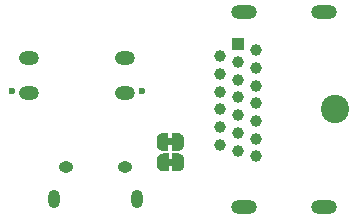
<source format=gbr>
G04 #@! TF.GenerationSoftware,KiCad,Pcbnew,(5.0.0-rc3)*
G04 #@! TF.CreationDate,2018-08-22T20:47:19+02:00*
G04 #@! TF.ProjectId,Adapter,416461707465722E6B696361645F7063,rev?*
G04 #@! TF.SameCoordinates,Original*
G04 #@! TF.FileFunction,Soldermask,Bot*
G04 #@! TF.FilePolarity,Negative*
%FSLAX46Y46*%
G04 Gerber Fmt 4.6, Leading zero omitted, Abs format (unit mm)*
G04 Created by KiCad (PCBNEW (5.0.0-rc3)) date Wed Aug 22 20:47:19 2018*
%MOMM*%
%LPD*%
G01*
G04 APERTURE LIST*
%ADD10C,0.500000*%
%ADD11C,0.100000*%
%ADD12C,2.400000*%
%ADD13C,1.000000*%
%ADD14R,1.000000X1.000000*%
%ADD15O,2.200000X1.200000*%
%ADD16C,0.600000*%
%ADD17O,1.700000X1.200000*%
%ADD18O,1.250000X0.950000*%
%ADD19O,1.000000X1.550000*%
G04 APERTURE END LIST*
D10*
G04 #@! TO.C,AUX-*
X31010000Y-26720000D03*
D11*
G36*
X31010000Y-25970602D02*
X31034534Y-25970602D01*
X31083365Y-25975412D01*
X31131490Y-25984984D01*
X31178445Y-25999228D01*
X31223778Y-26018005D01*
X31267051Y-26041136D01*
X31307850Y-26068396D01*
X31345779Y-26099524D01*
X31380476Y-26134221D01*
X31411604Y-26172150D01*
X31438864Y-26212949D01*
X31461995Y-26256222D01*
X31480772Y-26301555D01*
X31495016Y-26348510D01*
X31504588Y-26396635D01*
X31509398Y-26445466D01*
X31509398Y-26470000D01*
X31510000Y-26470000D01*
X31510000Y-26970000D01*
X31509398Y-26970000D01*
X31509398Y-26994534D01*
X31504588Y-27043365D01*
X31495016Y-27091490D01*
X31480772Y-27138445D01*
X31461995Y-27183778D01*
X31438864Y-27227051D01*
X31411604Y-27267850D01*
X31380476Y-27305779D01*
X31345779Y-27340476D01*
X31307850Y-27371604D01*
X31267051Y-27398864D01*
X31223778Y-27421995D01*
X31178445Y-27440772D01*
X31131490Y-27455016D01*
X31083365Y-27464588D01*
X31034534Y-27469398D01*
X31010000Y-27469398D01*
X31010000Y-27470000D01*
X30510000Y-27470000D01*
X30510000Y-25970000D01*
X31010000Y-25970000D01*
X31010000Y-25970602D01*
X31010000Y-25970602D01*
G37*
D10*
X29710000Y-26720000D03*
D11*
G36*
X30210000Y-26420000D02*
X30610000Y-26420000D01*
X30610000Y-27020000D01*
X30210000Y-27020000D01*
X30210000Y-27470000D01*
X29710000Y-27470000D01*
X29710000Y-27469398D01*
X29685466Y-27469398D01*
X29636635Y-27464588D01*
X29588510Y-27455016D01*
X29541555Y-27440772D01*
X29496222Y-27421995D01*
X29452949Y-27398864D01*
X29412150Y-27371604D01*
X29374221Y-27340476D01*
X29339524Y-27305779D01*
X29308396Y-27267850D01*
X29281136Y-27227051D01*
X29258005Y-27183778D01*
X29239228Y-27138445D01*
X29224984Y-27091490D01*
X29215412Y-27043365D01*
X29210602Y-26994534D01*
X29210602Y-26970000D01*
X29210000Y-26970000D01*
X29210000Y-26470000D01*
X29210602Y-26470000D01*
X29210602Y-26445466D01*
X29215412Y-26396635D01*
X29224984Y-26348510D01*
X29239228Y-26301555D01*
X29258005Y-26256222D01*
X29281136Y-26212949D01*
X29308396Y-26172150D01*
X29339524Y-26134221D01*
X29374221Y-26099524D01*
X29412150Y-26068396D01*
X29452949Y-26041136D01*
X29496222Y-26018005D01*
X29541555Y-25999228D01*
X29588510Y-25984984D01*
X29636635Y-25975412D01*
X29685466Y-25970602D01*
X29710000Y-25970602D01*
X29710000Y-25970000D01*
X30210000Y-25970000D01*
X30210000Y-26420000D01*
X30210000Y-26420000D01*
G37*
G04 #@! TD*
D10*
G04 #@! TO.C,AUX+*
X29740000Y-28450000D03*
D11*
G36*
X30240000Y-28150000D02*
X30640000Y-28150000D01*
X30640000Y-28750000D01*
X30240000Y-28750000D01*
X30240000Y-29200000D01*
X29740000Y-29200000D01*
X29740000Y-29199398D01*
X29715466Y-29199398D01*
X29666635Y-29194588D01*
X29618510Y-29185016D01*
X29571555Y-29170772D01*
X29526222Y-29151995D01*
X29482949Y-29128864D01*
X29442150Y-29101604D01*
X29404221Y-29070476D01*
X29369524Y-29035779D01*
X29338396Y-28997850D01*
X29311136Y-28957051D01*
X29288005Y-28913778D01*
X29269228Y-28868445D01*
X29254984Y-28821490D01*
X29245412Y-28773365D01*
X29240602Y-28724534D01*
X29240602Y-28700000D01*
X29240000Y-28700000D01*
X29240000Y-28200000D01*
X29240602Y-28200000D01*
X29240602Y-28175466D01*
X29245412Y-28126635D01*
X29254984Y-28078510D01*
X29269228Y-28031555D01*
X29288005Y-27986222D01*
X29311136Y-27942949D01*
X29338396Y-27902150D01*
X29369524Y-27864221D01*
X29404221Y-27829524D01*
X29442150Y-27798396D01*
X29482949Y-27771136D01*
X29526222Y-27748005D01*
X29571555Y-27729228D01*
X29618510Y-27714984D01*
X29666635Y-27705412D01*
X29715466Y-27700602D01*
X29740000Y-27700602D01*
X29740000Y-27700000D01*
X30240000Y-27700000D01*
X30240000Y-28150000D01*
X30240000Y-28150000D01*
G37*
D10*
X31040000Y-28450000D03*
D11*
G36*
X31040000Y-27700602D02*
X31064534Y-27700602D01*
X31113365Y-27705412D01*
X31161490Y-27714984D01*
X31208445Y-27729228D01*
X31253778Y-27748005D01*
X31297051Y-27771136D01*
X31337850Y-27798396D01*
X31375779Y-27829524D01*
X31410476Y-27864221D01*
X31441604Y-27902150D01*
X31468864Y-27942949D01*
X31491995Y-27986222D01*
X31510772Y-28031555D01*
X31525016Y-28078510D01*
X31534588Y-28126635D01*
X31539398Y-28175466D01*
X31539398Y-28200000D01*
X31540000Y-28200000D01*
X31540000Y-28700000D01*
X31539398Y-28700000D01*
X31539398Y-28724534D01*
X31534588Y-28773365D01*
X31525016Y-28821490D01*
X31510772Y-28868445D01*
X31491995Y-28913778D01*
X31468864Y-28957051D01*
X31441604Y-28997850D01*
X31410476Y-29035779D01*
X31375779Y-29070476D01*
X31337850Y-29101604D01*
X31297051Y-29128864D01*
X31253778Y-29151995D01*
X31208445Y-29170772D01*
X31161490Y-29185016D01*
X31113365Y-29194588D01*
X31064534Y-29199398D01*
X31040000Y-29199398D01*
X31040000Y-29200000D01*
X30540000Y-29200000D01*
X30540000Y-27700000D01*
X31040000Y-27700000D01*
X31040000Y-27700602D01*
X31040000Y-27700602D01*
G37*
G04 #@! TD*
D12*
G04 #@! TO.C,J2*
X44315575Y-23957256D03*
D13*
X37585575Y-18957256D03*
X37585575Y-20457256D03*
X37585575Y-21957256D03*
X37585575Y-23457256D03*
X37585575Y-24957256D03*
X37585575Y-26457256D03*
X37585575Y-27957256D03*
D14*
X36085575Y-18457256D03*
D13*
X36085575Y-19957256D03*
X36085575Y-21457256D03*
X36085575Y-22957256D03*
X36085575Y-24457256D03*
X36085575Y-25957256D03*
X36085575Y-27457256D03*
X34585575Y-19457256D03*
X34585575Y-20957256D03*
X34585575Y-22457256D03*
X34585575Y-23957256D03*
X34585575Y-25457256D03*
X34585575Y-26957256D03*
D15*
X43415575Y-15707256D03*
X43415575Y-32207256D03*
X36635575Y-15707256D03*
X36635575Y-32207256D03*
G04 #@! TD*
D16*
G04 #@! TO.C,J3*
X16965575Y-22407256D03*
X27965575Y-22407256D03*
D17*
X26565575Y-19637256D03*
X18365575Y-19637256D03*
X18365575Y-22577256D03*
X26565575Y-22577256D03*
G04 #@! TD*
D18*
G04 #@! TO.C,J1*
X26515575Y-28857256D03*
X21515575Y-28857256D03*
D19*
X20515575Y-31557256D03*
X27515575Y-31557256D03*
G04 #@! TD*
M02*

</source>
